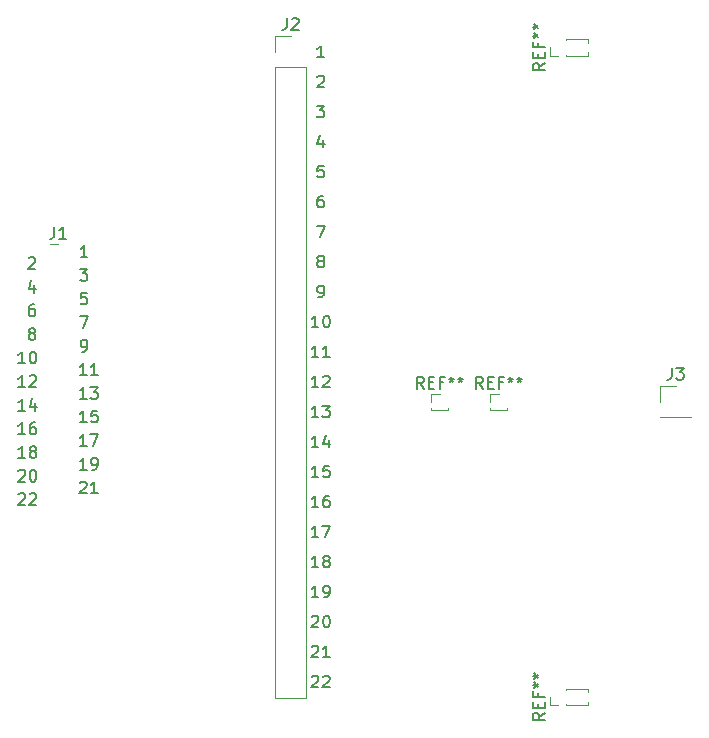
<source format=gbr>
%TF.GenerationSoftware,KiCad,Pcbnew,(5.1.10)-1*%
%TF.CreationDate,2021-07-01T21:13:48+10:00*%
%TF.ProjectId,Converter,436f6e76-6572-4746-9572-2e6b69636164,rev?*%
%TF.SameCoordinates,Original*%
%TF.FileFunction,Legend,Top*%
%TF.FilePolarity,Positive*%
%FSLAX46Y46*%
G04 Gerber Fmt 4.6, Leading zero omitted, Abs format (unit mm)*
G04 Created by KiCad (PCBNEW (5.1.10)-1) date 2021-07-01 21:13:48*
%MOMM*%
%LPD*%
G01*
G04 APERTURE LIST*
%ADD10C,0.120000*%
%ADD11C,0.150000*%
G04 APERTURE END LIST*
D10*
%TO.C,J1*%
X112005000Y-86615000D02*
X112700000Y-86615000D01*
%TO.C,REF\u002A\u002A*%
X154315000Y-125695000D02*
X154315000Y-125000000D01*
X155000000Y-125695000D02*
X154315000Y-125695000D01*
X155685000Y-124391724D02*
X155685000Y-124305000D01*
X155685000Y-125695000D02*
X155685000Y-125608276D01*
X155685000Y-124305000D02*
X157560000Y-124305000D01*
X155685000Y-125695000D02*
X157560000Y-125695000D01*
X157560000Y-124605507D02*
X157560000Y-124305000D01*
X157560000Y-125695000D02*
X157560000Y-125394493D01*
X154315000Y-70695000D02*
X154315000Y-70000000D01*
X155000000Y-70695000D02*
X154315000Y-70695000D01*
X155685000Y-69391724D02*
X155685000Y-69305000D01*
X155685000Y-70695000D02*
X155685000Y-70608276D01*
X155685000Y-69305000D02*
X157560000Y-69305000D01*
X155685000Y-70695000D02*
X157560000Y-70695000D01*
X157560000Y-69605507D02*
X157560000Y-69305000D01*
X157560000Y-70695000D02*
X157560000Y-70394493D01*
X149305000Y-99315000D02*
X150000000Y-99315000D01*
X149305000Y-100000000D02*
X149305000Y-99315000D01*
X150608276Y-100685000D02*
X150695000Y-100685000D01*
X149305000Y-100685000D02*
X149391724Y-100685000D01*
X150695000Y-100685000D02*
X150695000Y-100560000D01*
X149305000Y-100685000D02*
X149305000Y-100560000D01*
X149305000Y-100685000D02*
X150695000Y-100685000D01*
X144305000Y-99315000D02*
X145000000Y-99315000D01*
X144305000Y-100000000D02*
X144305000Y-99315000D01*
X145608276Y-100685000D02*
X145695000Y-100685000D01*
X144305000Y-100685000D02*
X144391724Y-100685000D01*
X145695000Y-100685000D02*
X145695000Y-100560000D01*
X144305000Y-100685000D02*
X144305000Y-100560000D01*
X144305000Y-100685000D02*
X145695000Y-100685000D01*
%TO.C,J2*%
X131070000Y-125070000D02*
X133730000Y-125070000D01*
X131070000Y-71670000D02*
X131070000Y-125070000D01*
X133730000Y-71670000D02*
X133730000Y-125070000D01*
X131070000Y-71670000D02*
X133730000Y-71670000D01*
X131070000Y-70400000D02*
X131070000Y-69070000D01*
X131070000Y-69070000D02*
X132400000Y-69070000D01*
%TO.C,J3*%
X163670000Y-98670000D02*
X165000000Y-98670000D01*
X163670000Y-100000000D02*
X163670000Y-98670000D01*
X163670000Y-101270000D02*
X166330000Y-101270000D01*
X166330000Y-101270000D02*
X166330000Y-101330000D01*
X163670000Y-101270000D02*
X163670000Y-101330000D01*
X163670000Y-101330000D02*
X166330000Y-101330000D01*
%TO.C,J1*%
D11*
X112366666Y-85192380D02*
X112366666Y-85906666D01*
X112319047Y-86049523D01*
X112223809Y-86144761D01*
X112080952Y-86192380D01*
X111985714Y-86192380D01*
X113366666Y-86192380D02*
X112795238Y-86192380D01*
X113080952Y-86192380D02*
X113080952Y-85192380D01*
X112985714Y-85335238D01*
X112890476Y-85430476D01*
X112795238Y-85478095D01*
X109338095Y-107847619D02*
X109385714Y-107800000D01*
X109480952Y-107752380D01*
X109719047Y-107752380D01*
X109814285Y-107800000D01*
X109861904Y-107847619D01*
X109909523Y-107942857D01*
X109909523Y-108038095D01*
X109861904Y-108180952D01*
X109290476Y-108752380D01*
X109909523Y-108752380D01*
X110290476Y-107847619D02*
X110338095Y-107800000D01*
X110433333Y-107752380D01*
X110671428Y-107752380D01*
X110766666Y-107800000D01*
X110814285Y-107847619D01*
X110861904Y-107942857D01*
X110861904Y-108038095D01*
X110814285Y-108180952D01*
X110242857Y-108752380D01*
X110861904Y-108752380D01*
X109338095Y-105847619D02*
X109385714Y-105800000D01*
X109480952Y-105752380D01*
X109719047Y-105752380D01*
X109814285Y-105800000D01*
X109861904Y-105847619D01*
X109909523Y-105942857D01*
X109909523Y-106038095D01*
X109861904Y-106180952D01*
X109290476Y-106752380D01*
X109909523Y-106752380D01*
X110528571Y-105752380D02*
X110623809Y-105752380D01*
X110719047Y-105800000D01*
X110766666Y-105847619D01*
X110814285Y-105942857D01*
X110861904Y-106133333D01*
X110861904Y-106371428D01*
X110814285Y-106561904D01*
X110766666Y-106657142D01*
X110719047Y-106704761D01*
X110623809Y-106752380D01*
X110528571Y-106752380D01*
X110433333Y-106704761D01*
X110385714Y-106657142D01*
X110338095Y-106561904D01*
X110290476Y-106371428D01*
X110290476Y-106133333D01*
X110338095Y-105942857D01*
X110385714Y-105847619D01*
X110433333Y-105800000D01*
X110528571Y-105752380D01*
X109909523Y-104752380D02*
X109338095Y-104752380D01*
X109623809Y-104752380D02*
X109623809Y-103752380D01*
X109528571Y-103895238D01*
X109433333Y-103990476D01*
X109338095Y-104038095D01*
X110480952Y-104180952D02*
X110385714Y-104133333D01*
X110338095Y-104085714D01*
X110290476Y-103990476D01*
X110290476Y-103942857D01*
X110338095Y-103847619D01*
X110385714Y-103800000D01*
X110480952Y-103752380D01*
X110671428Y-103752380D01*
X110766666Y-103800000D01*
X110814285Y-103847619D01*
X110861904Y-103942857D01*
X110861904Y-103990476D01*
X110814285Y-104085714D01*
X110766666Y-104133333D01*
X110671428Y-104180952D01*
X110480952Y-104180952D01*
X110385714Y-104228571D01*
X110338095Y-104276190D01*
X110290476Y-104371428D01*
X110290476Y-104561904D01*
X110338095Y-104657142D01*
X110385714Y-104704761D01*
X110480952Y-104752380D01*
X110671428Y-104752380D01*
X110766666Y-104704761D01*
X110814285Y-104657142D01*
X110861904Y-104561904D01*
X110861904Y-104371428D01*
X110814285Y-104276190D01*
X110766666Y-104228571D01*
X110671428Y-104180952D01*
X109909523Y-102752380D02*
X109338095Y-102752380D01*
X109623809Y-102752380D02*
X109623809Y-101752380D01*
X109528571Y-101895238D01*
X109433333Y-101990476D01*
X109338095Y-102038095D01*
X110766666Y-101752380D02*
X110576190Y-101752380D01*
X110480952Y-101800000D01*
X110433333Y-101847619D01*
X110338095Y-101990476D01*
X110290476Y-102180952D01*
X110290476Y-102561904D01*
X110338095Y-102657142D01*
X110385714Y-102704761D01*
X110480952Y-102752380D01*
X110671428Y-102752380D01*
X110766666Y-102704761D01*
X110814285Y-102657142D01*
X110861904Y-102561904D01*
X110861904Y-102323809D01*
X110814285Y-102228571D01*
X110766666Y-102180952D01*
X110671428Y-102133333D01*
X110480952Y-102133333D01*
X110385714Y-102180952D01*
X110338095Y-102228571D01*
X110290476Y-102323809D01*
X115185714Y-87752380D02*
X114614285Y-87752380D01*
X114900000Y-87752380D02*
X114900000Y-86752380D01*
X114804761Y-86895238D01*
X114709523Y-86990476D01*
X114614285Y-87038095D01*
X114566666Y-88752380D02*
X115185714Y-88752380D01*
X114852380Y-89133333D01*
X114995238Y-89133333D01*
X115090476Y-89180952D01*
X115138095Y-89228571D01*
X115185714Y-89323809D01*
X115185714Y-89561904D01*
X115138095Y-89657142D01*
X115090476Y-89704761D01*
X114995238Y-89752380D01*
X114709523Y-89752380D01*
X114614285Y-89704761D01*
X114566666Y-89657142D01*
X115138095Y-90752380D02*
X114661904Y-90752380D01*
X114614285Y-91228571D01*
X114661904Y-91180952D01*
X114757142Y-91133333D01*
X114995238Y-91133333D01*
X115090476Y-91180952D01*
X115138095Y-91228571D01*
X115185714Y-91323809D01*
X115185714Y-91561904D01*
X115138095Y-91657142D01*
X115090476Y-91704761D01*
X114995238Y-91752380D01*
X114757142Y-91752380D01*
X114661904Y-91704761D01*
X114614285Y-91657142D01*
X114566666Y-92752380D02*
X115233333Y-92752380D01*
X114804761Y-93752380D01*
X114709523Y-95752380D02*
X114900000Y-95752380D01*
X114995238Y-95704761D01*
X115042857Y-95657142D01*
X115138095Y-95514285D01*
X115185714Y-95323809D01*
X115185714Y-94942857D01*
X115138095Y-94847619D01*
X115090476Y-94800000D01*
X114995238Y-94752380D01*
X114804761Y-94752380D01*
X114709523Y-94800000D01*
X114661904Y-94847619D01*
X114614285Y-94942857D01*
X114614285Y-95180952D01*
X114661904Y-95276190D01*
X114709523Y-95323809D01*
X114804761Y-95371428D01*
X114995238Y-95371428D01*
X115090476Y-95323809D01*
X115138095Y-95276190D01*
X115185714Y-95180952D01*
X115109523Y-97752380D02*
X114538095Y-97752380D01*
X114823809Y-97752380D02*
X114823809Y-96752380D01*
X114728571Y-96895238D01*
X114633333Y-96990476D01*
X114538095Y-97038095D01*
X116061904Y-97752380D02*
X115490476Y-97752380D01*
X115776190Y-97752380D02*
X115776190Y-96752380D01*
X115680952Y-96895238D01*
X115585714Y-96990476D01*
X115490476Y-97038095D01*
X115109523Y-99752380D02*
X114538095Y-99752380D01*
X114823809Y-99752380D02*
X114823809Y-98752380D01*
X114728571Y-98895238D01*
X114633333Y-98990476D01*
X114538095Y-99038095D01*
X115442857Y-98752380D02*
X116061904Y-98752380D01*
X115728571Y-99133333D01*
X115871428Y-99133333D01*
X115966666Y-99180952D01*
X116014285Y-99228571D01*
X116061904Y-99323809D01*
X116061904Y-99561904D01*
X116014285Y-99657142D01*
X115966666Y-99704761D01*
X115871428Y-99752380D01*
X115585714Y-99752380D01*
X115490476Y-99704761D01*
X115442857Y-99657142D01*
X115109523Y-101752380D02*
X114538095Y-101752380D01*
X114823809Y-101752380D02*
X114823809Y-100752380D01*
X114728571Y-100895238D01*
X114633333Y-100990476D01*
X114538095Y-101038095D01*
X116014285Y-100752380D02*
X115538095Y-100752380D01*
X115490476Y-101228571D01*
X115538095Y-101180952D01*
X115633333Y-101133333D01*
X115871428Y-101133333D01*
X115966666Y-101180952D01*
X116014285Y-101228571D01*
X116061904Y-101323809D01*
X116061904Y-101561904D01*
X116014285Y-101657142D01*
X115966666Y-101704761D01*
X115871428Y-101752380D01*
X115633333Y-101752380D01*
X115538095Y-101704761D01*
X115490476Y-101657142D01*
X115109523Y-103752380D02*
X114538095Y-103752380D01*
X114823809Y-103752380D02*
X114823809Y-102752380D01*
X114728571Y-102895238D01*
X114633333Y-102990476D01*
X114538095Y-103038095D01*
X115442857Y-102752380D02*
X116109523Y-102752380D01*
X115680952Y-103752380D01*
X115109523Y-105752380D02*
X114538095Y-105752380D01*
X114823809Y-105752380D02*
X114823809Y-104752380D01*
X114728571Y-104895238D01*
X114633333Y-104990476D01*
X114538095Y-105038095D01*
X115585714Y-105752380D02*
X115776190Y-105752380D01*
X115871428Y-105704761D01*
X115919047Y-105657142D01*
X116014285Y-105514285D01*
X116061904Y-105323809D01*
X116061904Y-104942857D01*
X116014285Y-104847619D01*
X115966666Y-104800000D01*
X115871428Y-104752380D01*
X115680952Y-104752380D01*
X115585714Y-104800000D01*
X115538095Y-104847619D01*
X115490476Y-104942857D01*
X115490476Y-105180952D01*
X115538095Y-105276190D01*
X115585714Y-105323809D01*
X115680952Y-105371428D01*
X115871428Y-105371428D01*
X115966666Y-105323809D01*
X116014285Y-105276190D01*
X116061904Y-105180952D01*
X114538095Y-106847619D02*
X114585714Y-106800000D01*
X114680952Y-106752380D01*
X114919047Y-106752380D01*
X115014285Y-106800000D01*
X115061904Y-106847619D01*
X115109523Y-106942857D01*
X115109523Y-107038095D01*
X115061904Y-107180952D01*
X114490476Y-107752380D01*
X115109523Y-107752380D01*
X116061904Y-107752380D02*
X115490476Y-107752380D01*
X115776190Y-107752380D02*
X115776190Y-106752380D01*
X115680952Y-106895238D01*
X115585714Y-106990476D01*
X115490476Y-107038095D01*
X110214285Y-87847619D02*
X110261904Y-87800000D01*
X110357142Y-87752380D01*
X110595238Y-87752380D01*
X110690476Y-87800000D01*
X110738095Y-87847619D01*
X110785714Y-87942857D01*
X110785714Y-88038095D01*
X110738095Y-88180952D01*
X110166666Y-88752380D01*
X110785714Y-88752380D01*
X110690476Y-90085714D02*
X110690476Y-90752380D01*
X110452380Y-89704761D02*
X110214285Y-90419047D01*
X110833333Y-90419047D01*
X110690476Y-91752380D02*
X110500000Y-91752380D01*
X110404761Y-91800000D01*
X110357142Y-91847619D01*
X110261904Y-91990476D01*
X110214285Y-92180952D01*
X110214285Y-92561904D01*
X110261904Y-92657142D01*
X110309523Y-92704761D01*
X110404761Y-92752380D01*
X110595238Y-92752380D01*
X110690476Y-92704761D01*
X110738095Y-92657142D01*
X110785714Y-92561904D01*
X110785714Y-92323809D01*
X110738095Y-92228571D01*
X110690476Y-92180952D01*
X110595238Y-92133333D01*
X110404761Y-92133333D01*
X110309523Y-92180952D01*
X110261904Y-92228571D01*
X110214285Y-92323809D01*
X110404761Y-94180952D02*
X110309523Y-94133333D01*
X110261904Y-94085714D01*
X110214285Y-93990476D01*
X110214285Y-93942857D01*
X110261904Y-93847619D01*
X110309523Y-93800000D01*
X110404761Y-93752380D01*
X110595238Y-93752380D01*
X110690476Y-93800000D01*
X110738095Y-93847619D01*
X110785714Y-93942857D01*
X110785714Y-93990476D01*
X110738095Y-94085714D01*
X110690476Y-94133333D01*
X110595238Y-94180952D01*
X110404761Y-94180952D01*
X110309523Y-94228571D01*
X110261904Y-94276190D01*
X110214285Y-94371428D01*
X110214285Y-94561904D01*
X110261904Y-94657142D01*
X110309523Y-94704761D01*
X110404761Y-94752380D01*
X110595238Y-94752380D01*
X110690476Y-94704761D01*
X110738095Y-94657142D01*
X110785714Y-94561904D01*
X110785714Y-94371428D01*
X110738095Y-94276190D01*
X110690476Y-94228571D01*
X110595238Y-94180952D01*
X109909523Y-96752380D02*
X109338095Y-96752380D01*
X109623809Y-96752380D02*
X109623809Y-95752380D01*
X109528571Y-95895238D01*
X109433333Y-95990476D01*
X109338095Y-96038095D01*
X110528571Y-95752380D02*
X110623809Y-95752380D01*
X110719047Y-95800000D01*
X110766666Y-95847619D01*
X110814285Y-95942857D01*
X110861904Y-96133333D01*
X110861904Y-96371428D01*
X110814285Y-96561904D01*
X110766666Y-96657142D01*
X110719047Y-96704761D01*
X110623809Y-96752380D01*
X110528571Y-96752380D01*
X110433333Y-96704761D01*
X110385714Y-96657142D01*
X110338095Y-96561904D01*
X110290476Y-96371428D01*
X110290476Y-96133333D01*
X110338095Y-95942857D01*
X110385714Y-95847619D01*
X110433333Y-95800000D01*
X110528571Y-95752380D01*
X109909523Y-98752380D02*
X109338095Y-98752380D01*
X109623809Y-98752380D02*
X109623809Y-97752380D01*
X109528571Y-97895238D01*
X109433333Y-97990476D01*
X109338095Y-98038095D01*
X110290476Y-97847619D02*
X110338095Y-97800000D01*
X110433333Y-97752380D01*
X110671428Y-97752380D01*
X110766666Y-97800000D01*
X110814285Y-97847619D01*
X110861904Y-97942857D01*
X110861904Y-98038095D01*
X110814285Y-98180952D01*
X110242857Y-98752380D01*
X110861904Y-98752380D01*
X109909523Y-100752380D02*
X109338095Y-100752380D01*
X109623809Y-100752380D02*
X109623809Y-99752380D01*
X109528571Y-99895238D01*
X109433333Y-99990476D01*
X109338095Y-100038095D01*
X110766666Y-100085714D02*
X110766666Y-100752380D01*
X110528571Y-99704761D02*
X110290476Y-100419047D01*
X110909523Y-100419047D01*
%TO.C,REF\u002A\u002A*%
X153892380Y-126333333D02*
X153416190Y-126666666D01*
X153892380Y-126904761D02*
X152892380Y-126904761D01*
X152892380Y-126523809D01*
X152940000Y-126428571D01*
X152987619Y-126380952D01*
X153082857Y-126333333D01*
X153225714Y-126333333D01*
X153320952Y-126380952D01*
X153368571Y-126428571D01*
X153416190Y-126523809D01*
X153416190Y-126904761D01*
X153368571Y-125904761D02*
X153368571Y-125571428D01*
X153892380Y-125428571D02*
X153892380Y-125904761D01*
X152892380Y-125904761D01*
X152892380Y-125428571D01*
X153368571Y-124666666D02*
X153368571Y-125000000D01*
X153892380Y-125000000D02*
X152892380Y-125000000D01*
X152892380Y-124523809D01*
X152892380Y-124000000D02*
X153130476Y-124000000D01*
X153035238Y-124238095D02*
X153130476Y-124000000D01*
X153035238Y-123761904D01*
X153320952Y-124142857D02*
X153130476Y-124000000D01*
X153320952Y-123857142D01*
X152892380Y-123238095D02*
X153130476Y-123238095D01*
X153035238Y-123476190D02*
X153130476Y-123238095D01*
X153035238Y-123000000D01*
X153320952Y-123380952D02*
X153130476Y-123238095D01*
X153320952Y-123095238D01*
X153892380Y-71333333D02*
X153416190Y-71666666D01*
X153892380Y-71904761D02*
X152892380Y-71904761D01*
X152892380Y-71523809D01*
X152940000Y-71428571D01*
X152987619Y-71380952D01*
X153082857Y-71333333D01*
X153225714Y-71333333D01*
X153320952Y-71380952D01*
X153368571Y-71428571D01*
X153416190Y-71523809D01*
X153416190Y-71904761D01*
X153368571Y-70904761D02*
X153368571Y-70571428D01*
X153892380Y-70428571D02*
X153892380Y-70904761D01*
X152892380Y-70904761D01*
X152892380Y-70428571D01*
X153368571Y-69666666D02*
X153368571Y-70000000D01*
X153892380Y-70000000D02*
X152892380Y-70000000D01*
X152892380Y-69523809D01*
X152892380Y-69000000D02*
X153130476Y-69000000D01*
X153035238Y-69238095D02*
X153130476Y-69000000D01*
X153035238Y-68761904D01*
X153320952Y-69142857D02*
X153130476Y-69000000D01*
X153320952Y-68857142D01*
X152892380Y-68238095D02*
X153130476Y-68238095D01*
X153035238Y-68476190D02*
X153130476Y-68238095D01*
X153035238Y-68000000D01*
X153320952Y-68380952D02*
X153130476Y-68238095D01*
X153320952Y-68095238D01*
X148666666Y-98892380D02*
X148333333Y-98416190D01*
X148095238Y-98892380D02*
X148095238Y-97892380D01*
X148476190Y-97892380D01*
X148571428Y-97940000D01*
X148619047Y-97987619D01*
X148666666Y-98082857D01*
X148666666Y-98225714D01*
X148619047Y-98320952D01*
X148571428Y-98368571D01*
X148476190Y-98416190D01*
X148095238Y-98416190D01*
X149095238Y-98368571D02*
X149428571Y-98368571D01*
X149571428Y-98892380D02*
X149095238Y-98892380D01*
X149095238Y-97892380D01*
X149571428Y-97892380D01*
X150333333Y-98368571D02*
X150000000Y-98368571D01*
X150000000Y-98892380D02*
X150000000Y-97892380D01*
X150476190Y-97892380D01*
X151000000Y-97892380D02*
X151000000Y-98130476D01*
X150761904Y-98035238D02*
X151000000Y-98130476D01*
X151238095Y-98035238D01*
X150857142Y-98320952D02*
X151000000Y-98130476D01*
X151142857Y-98320952D01*
X151761904Y-97892380D02*
X151761904Y-98130476D01*
X151523809Y-98035238D02*
X151761904Y-98130476D01*
X152000000Y-98035238D01*
X151619047Y-98320952D02*
X151761904Y-98130476D01*
X151904761Y-98320952D01*
X143666666Y-98892380D02*
X143333333Y-98416190D01*
X143095238Y-98892380D02*
X143095238Y-97892380D01*
X143476190Y-97892380D01*
X143571428Y-97940000D01*
X143619047Y-97987619D01*
X143666666Y-98082857D01*
X143666666Y-98225714D01*
X143619047Y-98320952D01*
X143571428Y-98368571D01*
X143476190Y-98416190D01*
X143095238Y-98416190D01*
X144095238Y-98368571D02*
X144428571Y-98368571D01*
X144571428Y-98892380D02*
X144095238Y-98892380D01*
X144095238Y-97892380D01*
X144571428Y-97892380D01*
X145333333Y-98368571D02*
X145000000Y-98368571D01*
X145000000Y-98892380D02*
X145000000Y-97892380D01*
X145476190Y-97892380D01*
X146000000Y-97892380D02*
X146000000Y-98130476D01*
X145761904Y-98035238D02*
X146000000Y-98130476D01*
X146238095Y-98035238D01*
X145857142Y-98320952D02*
X146000000Y-98130476D01*
X146142857Y-98320952D01*
X146761904Y-97892380D02*
X146761904Y-98130476D01*
X146523809Y-98035238D02*
X146761904Y-98130476D01*
X147000000Y-98035238D01*
X146619047Y-98320952D02*
X146761904Y-98130476D01*
X146904761Y-98320952D01*
%TO.C,J2*%
X132066666Y-67522380D02*
X132066666Y-68236666D01*
X132019047Y-68379523D01*
X131923809Y-68474761D01*
X131780952Y-68522380D01*
X131685714Y-68522380D01*
X132495238Y-67617619D02*
X132542857Y-67570000D01*
X132638095Y-67522380D01*
X132876190Y-67522380D01*
X132971428Y-67570000D01*
X133019047Y-67617619D01*
X133066666Y-67712857D01*
X133066666Y-67808095D01*
X133019047Y-67950952D01*
X132447619Y-68522380D01*
X133066666Y-68522380D01*
X134178095Y-123287619D02*
X134225714Y-123240000D01*
X134320952Y-123192380D01*
X134559047Y-123192380D01*
X134654285Y-123240000D01*
X134701904Y-123287619D01*
X134749523Y-123382857D01*
X134749523Y-123478095D01*
X134701904Y-123620952D01*
X134130476Y-124192380D01*
X134749523Y-124192380D01*
X135130476Y-123287619D02*
X135178095Y-123240000D01*
X135273333Y-123192380D01*
X135511428Y-123192380D01*
X135606666Y-123240000D01*
X135654285Y-123287619D01*
X135701904Y-123382857D01*
X135701904Y-123478095D01*
X135654285Y-123620952D01*
X135082857Y-124192380D01*
X135701904Y-124192380D01*
X134178095Y-120747619D02*
X134225714Y-120700000D01*
X134320952Y-120652380D01*
X134559047Y-120652380D01*
X134654285Y-120700000D01*
X134701904Y-120747619D01*
X134749523Y-120842857D01*
X134749523Y-120938095D01*
X134701904Y-121080952D01*
X134130476Y-121652380D01*
X134749523Y-121652380D01*
X135701904Y-121652380D02*
X135130476Y-121652380D01*
X135416190Y-121652380D02*
X135416190Y-120652380D01*
X135320952Y-120795238D01*
X135225714Y-120890476D01*
X135130476Y-120938095D01*
X134178095Y-118207619D02*
X134225714Y-118160000D01*
X134320952Y-118112380D01*
X134559047Y-118112380D01*
X134654285Y-118160000D01*
X134701904Y-118207619D01*
X134749523Y-118302857D01*
X134749523Y-118398095D01*
X134701904Y-118540952D01*
X134130476Y-119112380D01*
X134749523Y-119112380D01*
X135368571Y-118112380D02*
X135463809Y-118112380D01*
X135559047Y-118160000D01*
X135606666Y-118207619D01*
X135654285Y-118302857D01*
X135701904Y-118493333D01*
X135701904Y-118731428D01*
X135654285Y-118921904D01*
X135606666Y-119017142D01*
X135559047Y-119064761D01*
X135463809Y-119112380D01*
X135368571Y-119112380D01*
X135273333Y-119064761D01*
X135225714Y-119017142D01*
X135178095Y-118921904D01*
X135130476Y-118731428D01*
X135130476Y-118493333D01*
X135178095Y-118302857D01*
X135225714Y-118207619D01*
X135273333Y-118160000D01*
X135368571Y-118112380D01*
X134749523Y-116572380D02*
X134178095Y-116572380D01*
X134463809Y-116572380D02*
X134463809Y-115572380D01*
X134368571Y-115715238D01*
X134273333Y-115810476D01*
X134178095Y-115858095D01*
X135225714Y-116572380D02*
X135416190Y-116572380D01*
X135511428Y-116524761D01*
X135559047Y-116477142D01*
X135654285Y-116334285D01*
X135701904Y-116143809D01*
X135701904Y-115762857D01*
X135654285Y-115667619D01*
X135606666Y-115620000D01*
X135511428Y-115572380D01*
X135320952Y-115572380D01*
X135225714Y-115620000D01*
X135178095Y-115667619D01*
X135130476Y-115762857D01*
X135130476Y-116000952D01*
X135178095Y-116096190D01*
X135225714Y-116143809D01*
X135320952Y-116191428D01*
X135511428Y-116191428D01*
X135606666Y-116143809D01*
X135654285Y-116096190D01*
X135701904Y-116000952D01*
X134749523Y-114032380D02*
X134178095Y-114032380D01*
X134463809Y-114032380D02*
X134463809Y-113032380D01*
X134368571Y-113175238D01*
X134273333Y-113270476D01*
X134178095Y-113318095D01*
X135320952Y-113460952D02*
X135225714Y-113413333D01*
X135178095Y-113365714D01*
X135130476Y-113270476D01*
X135130476Y-113222857D01*
X135178095Y-113127619D01*
X135225714Y-113080000D01*
X135320952Y-113032380D01*
X135511428Y-113032380D01*
X135606666Y-113080000D01*
X135654285Y-113127619D01*
X135701904Y-113222857D01*
X135701904Y-113270476D01*
X135654285Y-113365714D01*
X135606666Y-113413333D01*
X135511428Y-113460952D01*
X135320952Y-113460952D01*
X135225714Y-113508571D01*
X135178095Y-113556190D01*
X135130476Y-113651428D01*
X135130476Y-113841904D01*
X135178095Y-113937142D01*
X135225714Y-113984761D01*
X135320952Y-114032380D01*
X135511428Y-114032380D01*
X135606666Y-113984761D01*
X135654285Y-113937142D01*
X135701904Y-113841904D01*
X135701904Y-113651428D01*
X135654285Y-113556190D01*
X135606666Y-113508571D01*
X135511428Y-113460952D01*
X134749523Y-111492380D02*
X134178095Y-111492380D01*
X134463809Y-111492380D02*
X134463809Y-110492380D01*
X134368571Y-110635238D01*
X134273333Y-110730476D01*
X134178095Y-110778095D01*
X135082857Y-110492380D02*
X135749523Y-110492380D01*
X135320952Y-111492380D01*
X134749523Y-108952380D02*
X134178095Y-108952380D01*
X134463809Y-108952380D02*
X134463809Y-107952380D01*
X134368571Y-108095238D01*
X134273333Y-108190476D01*
X134178095Y-108238095D01*
X135606666Y-107952380D02*
X135416190Y-107952380D01*
X135320952Y-108000000D01*
X135273333Y-108047619D01*
X135178095Y-108190476D01*
X135130476Y-108380952D01*
X135130476Y-108761904D01*
X135178095Y-108857142D01*
X135225714Y-108904761D01*
X135320952Y-108952380D01*
X135511428Y-108952380D01*
X135606666Y-108904761D01*
X135654285Y-108857142D01*
X135701904Y-108761904D01*
X135701904Y-108523809D01*
X135654285Y-108428571D01*
X135606666Y-108380952D01*
X135511428Y-108333333D01*
X135320952Y-108333333D01*
X135225714Y-108380952D01*
X135178095Y-108428571D01*
X135130476Y-108523809D01*
X134749523Y-106412380D02*
X134178095Y-106412380D01*
X134463809Y-106412380D02*
X134463809Y-105412380D01*
X134368571Y-105555238D01*
X134273333Y-105650476D01*
X134178095Y-105698095D01*
X135654285Y-105412380D02*
X135178095Y-105412380D01*
X135130476Y-105888571D01*
X135178095Y-105840952D01*
X135273333Y-105793333D01*
X135511428Y-105793333D01*
X135606666Y-105840952D01*
X135654285Y-105888571D01*
X135701904Y-105983809D01*
X135701904Y-106221904D01*
X135654285Y-106317142D01*
X135606666Y-106364761D01*
X135511428Y-106412380D01*
X135273333Y-106412380D01*
X135178095Y-106364761D01*
X135130476Y-106317142D01*
X134749523Y-103872380D02*
X134178095Y-103872380D01*
X134463809Y-103872380D02*
X134463809Y-102872380D01*
X134368571Y-103015238D01*
X134273333Y-103110476D01*
X134178095Y-103158095D01*
X135606666Y-103205714D02*
X135606666Y-103872380D01*
X135368571Y-102824761D02*
X135130476Y-103539047D01*
X135749523Y-103539047D01*
X134749523Y-101332380D02*
X134178095Y-101332380D01*
X134463809Y-101332380D02*
X134463809Y-100332380D01*
X134368571Y-100475238D01*
X134273333Y-100570476D01*
X134178095Y-100618095D01*
X135082857Y-100332380D02*
X135701904Y-100332380D01*
X135368571Y-100713333D01*
X135511428Y-100713333D01*
X135606666Y-100760952D01*
X135654285Y-100808571D01*
X135701904Y-100903809D01*
X135701904Y-101141904D01*
X135654285Y-101237142D01*
X135606666Y-101284761D01*
X135511428Y-101332380D01*
X135225714Y-101332380D01*
X135130476Y-101284761D01*
X135082857Y-101237142D01*
X134749523Y-98792380D02*
X134178095Y-98792380D01*
X134463809Y-98792380D02*
X134463809Y-97792380D01*
X134368571Y-97935238D01*
X134273333Y-98030476D01*
X134178095Y-98078095D01*
X135130476Y-97887619D02*
X135178095Y-97840000D01*
X135273333Y-97792380D01*
X135511428Y-97792380D01*
X135606666Y-97840000D01*
X135654285Y-97887619D01*
X135701904Y-97982857D01*
X135701904Y-98078095D01*
X135654285Y-98220952D01*
X135082857Y-98792380D01*
X135701904Y-98792380D01*
X134749523Y-96252380D02*
X134178095Y-96252380D01*
X134463809Y-96252380D02*
X134463809Y-95252380D01*
X134368571Y-95395238D01*
X134273333Y-95490476D01*
X134178095Y-95538095D01*
X135701904Y-96252380D02*
X135130476Y-96252380D01*
X135416190Y-96252380D02*
X135416190Y-95252380D01*
X135320952Y-95395238D01*
X135225714Y-95490476D01*
X135130476Y-95538095D01*
X134749523Y-93712380D02*
X134178095Y-93712380D01*
X134463809Y-93712380D02*
X134463809Y-92712380D01*
X134368571Y-92855238D01*
X134273333Y-92950476D01*
X134178095Y-92998095D01*
X135368571Y-92712380D02*
X135463809Y-92712380D01*
X135559047Y-92760000D01*
X135606666Y-92807619D01*
X135654285Y-92902857D01*
X135701904Y-93093333D01*
X135701904Y-93331428D01*
X135654285Y-93521904D01*
X135606666Y-93617142D01*
X135559047Y-93664761D01*
X135463809Y-93712380D01*
X135368571Y-93712380D01*
X135273333Y-93664761D01*
X135225714Y-93617142D01*
X135178095Y-93521904D01*
X135130476Y-93331428D01*
X135130476Y-93093333D01*
X135178095Y-92902857D01*
X135225714Y-92807619D01*
X135273333Y-92760000D01*
X135368571Y-92712380D01*
X134749523Y-91172380D02*
X134940000Y-91172380D01*
X135035238Y-91124761D01*
X135082857Y-91077142D01*
X135178095Y-90934285D01*
X135225714Y-90743809D01*
X135225714Y-90362857D01*
X135178095Y-90267619D01*
X135130476Y-90220000D01*
X135035238Y-90172380D01*
X134844761Y-90172380D01*
X134749523Y-90220000D01*
X134701904Y-90267619D01*
X134654285Y-90362857D01*
X134654285Y-90600952D01*
X134701904Y-90696190D01*
X134749523Y-90743809D01*
X134844761Y-90791428D01*
X135035238Y-90791428D01*
X135130476Y-90743809D01*
X135178095Y-90696190D01*
X135225714Y-90600952D01*
X134844761Y-88060952D02*
X134749523Y-88013333D01*
X134701904Y-87965714D01*
X134654285Y-87870476D01*
X134654285Y-87822857D01*
X134701904Y-87727619D01*
X134749523Y-87680000D01*
X134844761Y-87632380D01*
X135035238Y-87632380D01*
X135130476Y-87680000D01*
X135178095Y-87727619D01*
X135225714Y-87822857D01*
X135225714Y-87870476D01*
X135178095Y-87965714D01*
X135130476Y-88013333D01*
X135035238Y-88060952D01*
X134844761Y-88060952D01*
X134749523Y-88108571D01*
X134701904Y-88156190D01*
X134654285Y-88251428D01*
X134654285Y-88441904D01*
X134701904Y-88537142D01*
X134749523Y-88584761D01*
X134844761Y-88632380D01*
X135035238Y-88632380D01*
X135130476Y-88584761D01*
X135178095Y-88537142D01*
X135225714Y-88441904D01*
X135225714Y-88251428D01*
X135178095Y-88156190D01*
X135130476Y-88108571D01*
X135035238Y-88060952D01*
X134606666Y-85092380D02*
X135273333Y-85092380D01*
X134844761Y-86092380D01*
X135130476Y-82552380D02*
X134940000Y-82552380D01*
X134844761Y-82600000D01*
X134797142Y-82647619D01*
X134701904Y-82790476D01*
X134654285Y-82980952D01*
X134654285Y-83361904D01*
X134701904Y-83457142D01*
X134749523Y-83504761D01*
X134844761Y-83552380D01*
X135035238Y-83552380D01*
X135130476Y-83504761D01*
X135178095Y-83457142D01*
X135225714Y-83361904D01*
X135225714Y-83123809D01*
X135178095Y-83028571D01*
X135130476Y-82980952D01*
X135035238Y-82933333D01*
X134844761Y-82933333D01*
X134749523Y-82980952D01*
X134701904Y-83028571D01*
X134654285Y-83123809D01*
X135178095Y-80012380D02*
X134701904Y-80012380D01*
X134654285Y-80488571D01*
X134701904Y-80440952D01*
X134797142Y-80393333D01*
X135035238Y-80393333D01*
X135130476Y-80440952D01*
X135178095Y-80488571D01*
X135225714Y-80583809D01*
X135225714Y-80821904D01*
X135178095Y-80917142D01*
X135130476Y-80964761D01*
X135035238Y-81012380D01*
X134797142Y-81012380D01*
X134701904Y-80964761D01*
X134654285Y-80917142D01*
X135130476Y-77805714D02*
X135130476Y-78472380D01*
X134892380Y-77424761D02*
X134654285Y-78139047D01*
X135273333Y-78139047D01*
X134606666Y-74932380D02*
X135225714Y-74932380D01*
X134892380Y-75313333D01*
X135035238Y-75313333D01*
X135130476Y-75360952D01*
X135178095Y-75408571D01*
X135225714Y-75503809D01*
X135225714Y-75741904D01*
X135178095Y-75837142D01*
X135130476Y-75884761D01*
X135035238Y-75932380D01*
X134749523Y-75932380D01*
X134654285Y-75884761D01*
X134606666Y-75837142D01*
X134654285Y-72487619D02*
X134701904Y-72440000D01*
X134797142Y-72392380D01*
X135035238Y-72392380D01*
X135130476Y-72440000D01*
X135178095Y-72487619D01*
X135225714Y-72582857D01*
X135225714Y-72678095D01*
X135178095Y-72820952D01*
X134606666Y-73392380D01*
X135225714Y-73392380D01*
X135225714Y-70852380D02*
X134654285Y-70852380D01*
X134940000Y-70852380D02*
X134940000Y-69852380D01*
X134844761Y-69995238D01*
X134749523Y-70090476D01*
X134654285Y-70138095D01*
%TO.C,J3*%
X164666666Y-97122380D02*
X164666666Y-97836666D01*
X164619047Y-97979523D01*
X164523809Y-98074761D01*
X164380952Y-98122380D01*
X164285714Y-98122380D01*
X165047619Y-97122380D02*
X165666666Y-97122380D01*
X165333333Y-97503333D01*
X165476190Y-97503333D01*
X165571428Y-97550952D01*
X165619047Y-97598571D01*
X165666666Y-97693809D01*
X165666666Y-97931904D01*
X165619047Y-98027142D01*
X165571428Y-98074761D01*
X165476190Y-98122380D01*
X165190476Y-98122380D01*
X165095238Y-98074761D01*
X165047619Y-98027142D01*
%TD*%
M02*

</source>
